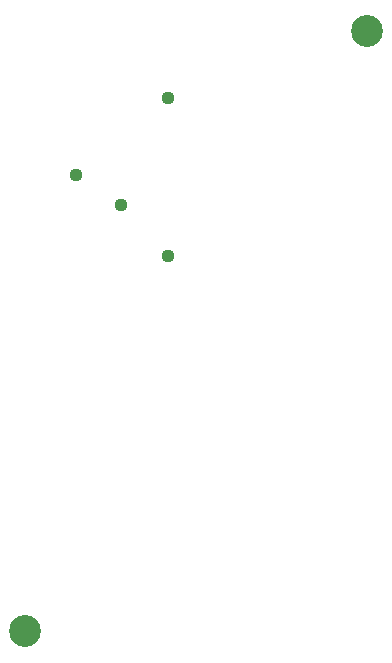
<source format=gbr>
G04 EAGLE Gerber RS-274X export*
G75*
%MOMM*%
%FSLAX34Y34*%
%LPD*%
%INSoldermask Bottom*%
%IPPOS*%
%AMOC8*
5,1,8,0,0,1.08239X$1,22.5*%
G01*
%ADD10C,2.703200*%
%ADD11C,1.117600*%


D10*
X33020Y20320D03*
X322500Y528240D03*
D11*
X153670Y338074D03*
X153670Y472186D03*
X76200Y406400D03*
X114300Y381000D03*
M02*

</source>
